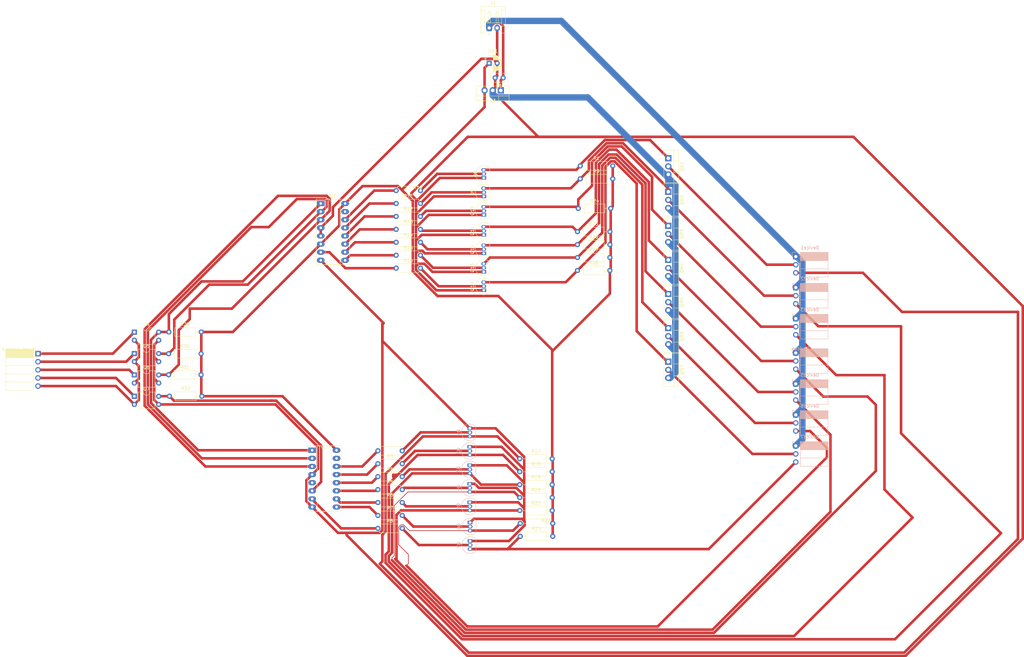
<source format=kicad_pcb>
(kicad_pcb (version 20221018) (generator pcbnew)
  (layers (0 "F.Cu" signal) (31 "B.Cu" signal) (34 "B.Paste" user) (35 "F.Paste" user) (36 "B.SilkS" user "B.Silkscreen") (37 "F.SilkS" user "F.Silkscreen") (38 "B.Mask" user) (39 "F.Mask" user) (44 "Edge.Cuts" user))
  (net 0 "")
  (net 1 "+12V")
  (net 2 "GND")
  (net 3 "PWM")
  (net 4 "A2")
  (net 5 "A1")
  (net 6 "A0")
  (net 7 "+5V")
  (net 8 "D1_Power")
  (net 9 "D1_PWM")
  (net 10 "D2_Power")
  (net 11 "D2_PWM")
  (net 12 "D3_Power")
  (net 13 "D3_PWM")
  (net 14 "D4_Power")
  (net 15 "D4_PWM")
  (net 16 "D5_Power")
  (net 17 "D5_PWM")
  (net 18 "D6_Power")
  (net 19 "D6_PWM")
  (net 20 "D7_Power")
  (net 21 "D7_PWM")
  (net 22 "Net-(Q1-B)")
  (net 23 "Net-(Q2-B)")
  (net 24 "Net-(Q3-B)")
  (net 25 "Net-(Q4-B)")
  (net 26 "Net-(Q5-B)")
  (net 27 "Net-(Q6-B)")
  (net 28 "Net-(Q7-B)")
  (net 29 "Net-(Q8-B)")
  (net 30 "Net-(Q8-C)")
  (net 31 "Net-(Q9-B)")
  (net 32 "Net-(Q9-C)")
  (net 33 "Net-(Q10-B)")
  (net 34 "Net-(Q10-C)")
  (net 35 "Net-(Q11-B)")
  (net 36 "Net-(Q11-C)")
  (net 37 "Net-(Q12-B)")
  (net 38 "Net-(Q12-C)")
  (net 39 "Net-(Q13-B)")
  (net 40 "Net-(Q13-C)")
  (net 41 "Net-(Q14-B)")
  (net 42 "Net-(Q14-C)")
  (net 43 "Net-(U1-~{Y1})")
  (net 44 "Net-(U1-~{Y2})")
  (net 45 "Net-(U1-~{Y3})")
  (net 46 "Net-(U1-~{Y4})")
  (net 47 "Net-(U1-~{Y5})")
  (net 48 "Net-(U1-~{Y6})")
  (net 49 "Net-(U1-~{Y7})")
  (net 50 "Net-(U2-~{Y1})")
  (net 51 "Net-(U2-~{Y2})")
  (net 52 "Net-(U2-~{Y3})")
  (net 53 "Net-(U2-~{Y4})")
  (net 54 "Net-(U2-~{Y5})")
  (net 55 "Net-(U2-~{Y6})")
  (net 56 "Net-(U2-~{Y7})")
  (net 60 "MCU_A0")
  (net 61 "MCU_A1")
  (net 62 "MCU_A2")
  (net 63 "MCU_PWM")
  (net 64 "GNDA")
  (footprint "Resistor_THT:R_Axial_DIN0207_L6.3mm_D2.5mm_P10.16mm_Horizontal" (layer "F.Cu") (at 142.367 93.726)
    (fp_text reference "R28")
    (fp_text value "470")
  )
  (footprint "Resistor_THT:R_Axial_DIN0207_L6.3mm_D2.5mm_P10.16mm_Horizontal" (layer "F.Cu") (at 142.367 89.676)
    (fp_text reference "R27")
    (fp_text value "470")
  )
  (footprint "Resistor_THT:R_Axial_DIN0207_L6.3mm_D2.5mm_P7.62mm_Horizontal" (layer "F.Cu") (at 85.598 68.707)
    (fp_text reference "R10")
    (fp_text value "220")
  )
  (footprint "Package_TO_SOT_THT:TO-92_Inline" (layer "F.Cu") (at 113.03 99.949 90)
    (fp_text reference "Q14")
    (fp_text value "S8050")
  )
  (footprint "Resistor_THT:R_Axial_DIN0207_L6.3mm_D2.5mm_P7.62mm_Horizontal" (layer "F.Cu") (at 85.598 76.807)
    (fp_text reference "R12")
    (fp_text value "220")
  )
  (footprint "Resistor_THT:R_Axial_DIN0207_L6.3mm_D2.5mm_P10.16mm_Horizontal" (layer "F.Cu") (at 124.303 156.734)
    (fp_text reference "R18")
    (fp_text value "470")
  )
  (footprint "Resistor_THT:R_Axial_DIN0207_L6.3mm_D2.5mm_P10.16mm_Horizontal" (layer "F.Cu") (at 124.303 160.784)
    (fp_text reference "R19")
    (fp_text value "470")
  )
  (footprint "Package_TO_SOT_THT:TO-92_Inline" (layer "F.Cu") (at 113.03 82.579 90)
    (fp_text reference "Q11")
    (fp_text value "S8050")
  )
  (footprint "Resistor_THT:R_Axial_DIN0207_L6.3mm_D2.5mm_P7.62mm_Horizontal" (layer "F.Cu") (at 79.883 170.437)
    (fp_text reference "R7")
    (fp_text value "220")
  )
  (footprint "Resistor_THT:R_Axial_DIN0207_L6.3mm_D2.5mm_P10.16mm_Horizontal" (layer "F.Cu") (at 14.351 119.789)
    (fp_text reference "R30")
    (fp_text value "1k")
  )
  (footprint "Resistor_THT:R_Axial_DIN0207_L6.3mm_D2.5mm_P7.62mm_Horizontal" (layer "F.Cu") (at 85.598 93.007)
    (fp_text reference "R16")
    (fp_text value "220")
  )
  (footprint "Resistor_THT:R_Axial_DIN0207_L6.3mm_D2.5mm_P7.62mm_Horizontal" (layer "F.Cu") (at 79.883 162.337)
    (fp_text reference "R5")
    (fp_text value "220")
  )
  (footprint "Package_TO_SOT_THT:TO-220-3_Vertical" (layer "F.Cu") (at 170.815 79.756 -90)
    (fp_text reference "QM3")
    (fp_text value "IRLZ44N")
  )
  (footprint "Package_TO_SOT_THT:TO-92_Inline" (layer "F.Cu") (at 113.03 88.369 90)
    (fp_text reference "Q12")
    (fp_text value "S8050")
  )
  (footprint "Connector_PinSocket_2.54mm:PinSocket_1x05_P2.54mm_Horizontal" (layer "F.Cu") (at -26.543 119.761)
    (fp_text reference "Control_Input1")
    (fp_text value "Conn_01x05_Socket")
  )
  (footprint "Package_TO_SOT_THT:TO-92_Inline" (layer "F.Cu") (at 113.03 70.537 90)
    (fp_text reference "Q9")
    (fp_text value "S8050")
  )
  (footprint "Resistor_THT:R_Axial_DIN0207_L6.3mm_D2.5mm_P7.62mm_Horizontal" (layer "F.Cu") (at 79.883 150.187)
    (fp_text reference "R2" hide)
    (fp_text value "220")
  )
  (footprint "Resistor_THT:R_Axial_DIN0207_L6.3mm_D2.5mm_P10.16mm_Horizontal" (layer "F.Cu") (at 143.256 65.024)
    (fp_text reference "R9")
    (fp_text value "470")
  )
  (footprint "Resistor_THT:R_Axial_DIN0207_L6.3mm_D2.5mm_P10.16mm_Horizontal" (layer "F.Cu") (at 143.256 60.974)
    (fp_text reference "R1")
    (fp_text value "470")
  )
  (footprint "Resistor_THT:R_Axial_DIN0207_L6.3mm_D2.5mm_P10.16mm_Horizontal" (layer "F.Cu") (at 14.351 126.379)
    (fp_text reference "R31")
    (fp_text value "1k")
  )
  (footprint "Resistor_THT:R_Axial_DIN0207_L6.3mm_D2.5mm_P10.16mm_Horizontal" (layer "F.Cu") (at 142.367 85.626)
    (fp_text reference "R26")
    (fp_text value "470")
  )
  (footprint "Package_TO_SOT_THT:TO-220-3_Vertical" (layer "F.Cu") (at 170.815 122.301 -90)
    (fp_text reference "QM7")
    (fp_text value "IRLZ44N")
  )
  (footprint "Resistor_THT:R_Axial_DIN0207_L6.3mm_D2.5mm_P10.16mm_Horizontal" (layer "F.Cu") (at 124.303 168.884)
    (fp_text reference "R21")
    (fp_text value "470")
  )
  (footprint "Resistor_THT:R_Axial_DIN0207_L6.3mm_D2.5mm_P10.16mm_Horizontal" (layer "F.Cu") (at 124.303 164.834)
    (fp_text reference "R20")
    (fp_text value "470")
  )
  (footprint "Resistor_THT:R_Axial_DIN0207_L6.3mm_D2.5mm_P7.62mm_Horizontal" (layer "F.Cu") (at 79.883 166.387)
    (fp_text reference "R6")
    (fp_text value "220")
  )
  (footprint "Package_DIP:DIP-4_W7.62mm" (layer "F.Cu") (at 3.621 133.133)
    (fp_text reference "U7")
    (fp_text value "PC817")
  )
  (footprint "Resistor_THT:R_Axial_DIN0207_L6.3mm_D2.5mm_P7.62mm_Horizontal" (layer "F.Cu") (at 85.598 80.857)
    (fp_text reference "R13")
    (fp_text value "220")
  )
  (footprint "Package_TO_SOT_THT:TO-220-3_Vertical" (layer "F.Cu") (at 170.815 58.583 -90)
    (fp_text reference "QM1")
    (fp_text value "IRLZ44N")
  )
  (footprint "Resistor_THT:R_Axial_DIN0207_L6.3mm_D2.5mm_P7.62mm_Horizontal" (layer "F.Cu") (at 85.598 72.757)
    (fp_text reference "R11")
    (fp_text value "220")
  )
  (footprint "Resistor_THT:R_Axial_DIN0207_L6.3mm_D2.5mm_P7.62mm_Horizontal" (layer "F.Cu") (at 79.883 158.287)
    (fp_text reference "R4")
    (fp_text value "220")
  )
  (footprint "Package_TO_SOT_THT:TO-220-3_Vertical" (layer "F.Cu") (at 170.815 101.092 -90)
    (fp_text reference "QM5")
    (fp_text value "IRLZ44N")
  )
  (footprint "Package_DIP:DIP-16_W7.62mm_Socket_LongPads" (layer "F.Cu") (at 61.986 72.761)
    (fp_text reference "U2")
    (fp_text value "74HC137")
  )
  (footprint "Resistor_THT:R_Axial_DIN0207_L6.3mm_D2.5mm_P7.62mm_Horizontal" (layer "F.Cu") (at 85.598 88.957)
    (fp_text reference "R15")
    (fp_text value "220")
  )
  (footprint "Resistor_THT:R_Axial_DIN0207_L6.3mm_D2.5mm_P10.16mm_Horizontal" (layer "F.Cu") (at 14.421 112.983)
    (fp_text reference "R29")
    (fp_text value "1k")
  )
  (footprint "Package_TO_SOT_THT:TO-220-3_Vertical" (layer "F.Cu") (at 170.815 111.76 -90)
    (fp_text reference "QM6")
    (fp_text value "IRLZ44N")
  )
  (footprint "Package_DIP:DIP-4_W7.62mm" (layer "F.Cu") (at 3.621 113.033)
    (fp_text reference "U4")
    (fp_text value "PC817")
  )
  (footprint "Package_TO_SOT_THT:TO-92_Inline" (layer "F.Cu") (at 113.03 94.159 90)
    (fp_text reference "Q13")
    (fp_text value "S8050")
  )
  (footprint "Package_TO_SOT_THT:TO-220-3_Vertical" (layer "F.Cu") (at 170.815 90.424 -90)
    (fp_text reference "QM4")
    (fp_text value "IRLZ44N")
  )
  (footprint "Package_DIP:DIP-16_W7.62mm_Socket_LongPads" (layer "F.Cu") (at 59.3 150.02)
    (fp_text reference "U1" hide)
    (fp_text value "74HC137")
  )
  (footprint "Package_TO_SOT_THT:TO-220-3_Vertical" (layer "F.Cu") (at 170.815 69.088 -90)
    (fp_text reference "QM2")
    (fp_text value "IRLZ44N")
  )
  (footprint "Capacitor_THT:C_Disc_D5.0mm_W2.5mm_P2.50mm" (layer "F.Cu") (at 119.106 33.401 180)
    (fp_text reference "C1")
    (fp_text value "0.1uF")
  )
  (footprint "Resistor_THT:R_Axial_DIN0207_L6.3mm_D2.5mm_P10.16mm_Horizontal" (layer "F.Cu") (at 14.605 133.096)
    (fp_text reference "R32")
    (fp_text value "1k")
  )
  (footprint "Connector_JST:JST_EH_S2B-EH_1x02_P2.50mm_Horizontal" (layer "F.Cu") (at 114.721 17.78)
    (fp_text reference "J1")
    (fp_text value "JST connector")
  )
  (footprint "Package_TO_SOT_THT:TO-220-3_Vertical" (layer "F.Cu") (at 118.364 37.338 180)
    (fp_text reference "U3")
    (fp_text value "L7805")
  )
  (footprint "Package_TO_SOT_THT:TO-92_Inline" (layer "F.Cu") (at 113.03 76.327 90)
    (fp_text reference "Q10")
    (fp_text value "S8050")
  )
  (footprint "Resistor_THT:R_Axial_DIN0207_L6.3mm_D2.5mm_P10.16mm_Horizontal" (layer "F.Cu") (at 124.46 172.919)
    (fp_text reference "R22")
    (fp_text value "470")
  )
  (footprint "Package_DIP:DIP-4_W7.62mm" (layer "F.Cu") (at 3.621 126.433)
    (fp_text reference "U6")
    (fp_text value "PC817")
  )
  (footprint "Resistor_THT:R_Axial_DIN0207_L6.3mm_D2.5mm_P7.62mm_Horizontal" (layer "F.Cu") (at 79.883 174.487)
    (fp_text reference "R8")
    (fp_text value "220")
  )
  (footprint "Resistor_THT:R_Axial_DIN0207_L6.3mm_D2.5mm_P10.16mm_Horizontal" (layer "F.Cu") (at 142.621 74.295)
    (fp_text reference "R24")
    (fp_text value "470")
  )
  (footprint "Capacitor_THT:CP_Radial_D5.0mm_P2.50mm" (layer "F.Cu") (at 114.721 28.829)
    (fp_text reference "CP1")
    (fp_text value "1uF")
  )
  (footprint "Package_TO_SOT_THT:TO-92_Inline" (layer "F.Cu") (at 113.03 64.747 90)
    (fp_text reference "Q8")
    (fp_text value "S8050")
  )
  (footprint "Resistor_THT:R_Axial_DIN0207_L6.3mm_D2.5mm_P10.16mm_Horizontal" (layer "F.Cu") (at 124.46 176.969)
    (fp_text reference "R23")
    (fp_text value "470")
  )
  (footprint "Resistor_THT:R_Axial_DIN0207_L6.3mm_D2.5mm_P10.16mm_Horizontal" (layer "F.Cu") (at 124.303 152.684)
    (fp_text reference "R17")
    (fp_text value "470")
  )
  (footprint "Resistor_THT:R_Axial_DIN0207_L6.3mm_D2.5mm_P7.62mm_Horizontal" (layer "F.Cu") (at 79.883 154.237)
    (fp_text reference "R3")
    (fp_text value "220")
  )
  (footprint "Resistor_THT:R_Axial_DIN0207_L6.3mm_D2.5mm_P10.16mm_Horizontal" (layer "F.Cu") (at 142.367 81.576)
    (fp_text reference "R25")
    (fp_text value "470")
  )
  (footprint "Resistor_THT:R_Axial_DIN0207_L6.3mm_D2.5mm_P7.62mm_Horizontal" (layer "F.Cu") (at 85.598 84.907)
    (fp_text reference "R14")
    (fp_text value "220")
  )
  (footprint "Package_DIP:DIP-4_W7.62mm" (layer "F.Cu") (at 3.621 119.733)
    (fp_text reference "U5")
    (fp_text value "PC817")
  )
  (footprint "Package_TO_SOT_THT:TO-92_Inline" (layer "B.Cu") (at 108.659 143.156 -90)
    (fp_text reference "Q1")
    (fp_text value "S8050")
  )
  (footprint "Connector_PinSocket_2.54mm:PinSocket_1x03_P2.54mm_Horizontal" (layer "B.Cu") (at 210.728 129.228 180)
    (fp_text reference "Device5")
    (fp_text value "Conn_01x03_Socket")
  )
  (footprint "Package_TO_SOT_THT:TO-92_Inline" (layer "B.Cu") (at 108.659 148.946 -90)
    (fp_text reference "Q2")
    (fp_text value "S8050")
  )
  (footprint "Connector_PinSocket_2.54mm:PinSocket_1x03_P2.54mm_Horizontal" (layer "B.Cu") (at 210.728 138.928 180)
    (fp_text reference "Device6")
    (fp_text value "Conn_01x03_Socket")
  )
  (footprint "Package_TO_SOT_THT:TO-92_Inline" (layer "B.Cu") (at 108.659 160.526 -90)
    (fp_text reference "Q4")
    (fp_text value "S8050")
  )
  (footprint "Connector_PinSocket_2.54mm:PinSocket_1x03_P2.54mm_Horizontal" (layer "B.Cu") (at 210.728 148.628 180)
    (fp_text reference "Device7")
    (fp_text value "Conn_01x03_Socket")
  )
  (footprint "Connector_PinSocket_2.54mm:PinSocket_1x03_P2.54mm_Horizontal" (layer "B.Cu") (at 210.738 89.375 180)
    (fp_text reference "Device1")
    (fp_text value "Conn_01x03_Socket")
  )
  (footprint "Package_TO_SOT_THT:TO-92_Inline" (layer "B.Cu") (at 108.659 166.316 -90)
    (fp_text reference "Q5")
    (fp_text value "S8050")
  )
  (footprint "Connector_PinSocket_2.54mm:PinSocket_1x03_P2.54mm_Horizontal" (layer "B.Cu") (at 210.738 108.775 180)
    (fp_text reference "Device3")
    (fp_text value "Conn_01x03_Socket")
  )
  (footprint "Package_TO_SOT_THT:TO-92_Inline" (layer "B.Cu") (at 108.753 172.641 -90)
    (fp_text reference "Q6")
    (fp_text value "S8050")
  )
  (footprint "Package_TO_SOT_THT:TO-92_Inline" (layer "B.Cu") (at 108.753 178.431 -90)
    (fp_text reference "Q7")
    (fp_text value "S8050")
  )
  (footprint "Connector_PinSocket_2.54mm:PinSocket_1x03_P2.54mm_Horizontal" (layer "B.Cu") (at 210.738 99.075 180)
    (fp_text reference "Device2")
    (fp_text value "Conn_01x03_Socket")
  )
  (footprint "Package_TO_SOT_THT:TO-92_Inline" (layer "B.Cu") (at 108.659 154.736 -90)
    (fp_text reference "Q3")
    (fp_text value "S8050")
  )
  (footprint "Connector_PinSocket_2.54mm:PinSocket_1x03_P2.54mm_Horizontal" (layer "B.Cu") (at 210.728 119.528 180)
    (fp_text reference "Device4")
    (fp_text value "Conn_01x03_Socket")
  )
  (segment (start 119.106 17.252) (end 119.106 33.401) (width 0.8) (layer "F.Cu") (net 1))
  (segment (start 118.035247 16.181247) (end 119.106 17.252) (width 0.8) (layer "F.Cu") (net 1))
  (segment (start 116.319753 16.181247) (end 118.035247 16.181247) (width 0.8) (layer "F.Cu") (net 1))
  (segment (start 118.364 34.143) (end 119.106 33.401) (width 0.8) (layer "F.Cu") (net 1))
  (segment (start 118.364 37.338) (end 118.364 34.143) (width 0.8) (layer "F.Cu") (net 1))
  (segment (start 114.721 17.78) (end 116.319753 16.181247) (width 0.8) (layer "F.Cu") (net 1))
  (segment (start 212.8 127.156) (end 210.728 129.228) (width 2) (layer "B.Cu") (net 1))
  (segment (start 212.8 106.713) (end 212.8 116.2) (width 2) (layer "B.Cu") (net 1))
  (segment (start 115.736753 15.581247) (end 114.721 16.597) (width 2) (layer "B.Cu") (net 1))
  (segment (start 212.8 136.856) (end 212.8 146.556) (width 2) (layer "B.Cu") (net 1))
  (segment (start 212.8 136.856) (end 210.728 138.928) (width 2) (layer "B.Cu") (net 1))
  (segment (start 212.8 106.713) (end 210.738 108.775) (width 2) (layer "B.Cu") (net 1))
  (segment (start 212.8 146.556) (end 210.728 148.628) (width 2) (layer "B.Cu") (net 1))
  (segment (start 114.721 16.597) (end 114.721 17.78) (width 2) (layer "B.Cu") (net 1))
  (segment (start 212.8 116.2) (end 212.8 117.456) (width 2) (layer "B.Cu") (net 1))
  (segment (start 212.8 91.077862) (end 137.303385 15.581247) (width 2) (layer "B.Cu") (net 1))
  (segment (start 212.8 97.013) (end 210.738 99.075) (width 2) (layer "B.Cu") (net 1))
  (segment (start 137.303385 15.581247) (end 115.736753 15.581247) (width 2) (layer "B.Cu") (net 1))
  (segment (start 212.8 116.2) (end 212.8 127.156) (width 2) (layer "B.Cu") (net 1))
  (segment (start 211.097138 89.375) (end 212.8 91.077862) (width 2) (layer "B.Cu") (net 1))
  (segment (start 210.738 89.375) (end 211.097138 89.375) (width 2) (layer "B.Cu") (net 1))
  (segment (start 212.8 97.013) (end 212.8 106.713) (width 2) (layer "B.Cu") (net 1))
  (segment (start 212.8 117.456) (end 210.728 119.528) (width 2) (layer "B.Cu") (net 1))
  (segment (start 212.8 91.077862) (end 212.8 97.013) (width 2) (layer "B.Cu") (net 1))
  (segment (start 212.8 127.156) (end 212.8 136.856) (width 2) (layer "B.Cu") (net 1))
  (segment (start 81.661 110.216) (end 81.283 110.594) (width 0.8) (layer "F.Cu") (net 2))
  (segment (start 94.602786 88.369) (end 93.790786 87.557) (width 0.8) (layer "F.Cu") (net 2))
  (segment (start 125.86 173.498899) (end 125.86 172.339101) (width 0.8) (layer "F.Cu") (net 2))
  (segment (start 9.841 120.873) (end 11.241 122.273) (width 0.8) (layer "F.Cu") (net 2))
  (segment (start 81.283 110.594) (end 81.283 115.78) (width 0.8) (layer "F.Cu") (net 2))
  (segment (start 117.221 32.786) (end 116.606 33.401) (width 0.8) (layer "F.Cu") (net 2))
  (segment (start 113.03 88.369) (end 94.602786 88.369) (width 0.8) (layer "F.Cu") (net 2))
  (segment (start 125.703 164.254101) (end 125.703 160.204101) (width 0.8) (layer "F.Cu") (net 2))
  (segment (start 120.234899 154.736) (end 108.659 154.736) (width 0.8) (layer "F.Cu") (net 2))
  (segment (start 9.841 116.973) (end 9.841 120.873) (width 0.8) (layer "F.Cu") (net 2))
  (segment (start 92.097607 71.904607) (end 92.478607 71.523607) (width 0.8) (layer "F.Cu") (net 2))
  (segment (start 245.114214 214.4) (end 281.813 177.701214) (width 0.8) (layer "F.Cu") (net 2))
  (segment (start 92.075 88.011) (end 91.818 87.754) (width 0.8) (layer "F.Cu") (net 2))
  (segment (start 81.283 175.059786) (end 80.455786 175.887) (width 0.8) (layer "F.Cu") (net 2))
  (segment (start 125.51045 171.98955) (end 125.020899 171.5) (width 0.8) (layer "F.Cu") (net 2))
  (segment (start 47.801528 135.673) (end 61.1 148.971472) (width 0.8) (layer "F.Cu") (net 2))
  (segment (start 125.703 171.797) (end 125.703 168.213899) (width 0.8) (layer "F.Cu") (net 2))
  (segment (start 92.076607 84.075607) (end 93.573214 82.579) (width 0.8) (layer "F.Cu") (net 2))
  (segment (start 67.387 175.887) (end 59.3 167.8) (width 0.8) (layer "F.Cu") (net 2))
  (segment (start 91.818 84.334214) (end 92.076607 84.075607) (width 0.8) (layer "F.Cu") (net 2))
  (segment (start 116.606 36.556) (end 115.824 37.338) (width 0.8) (layer "F.Cu") (net 2))
  (segment (start 110.209 160.526) (end 108.659 160.526) (width 0.8) (layer "F.Cu") (net 2))
  (segment (start 81.283 115.78) (end 108.659 143.156) (width 0.8) (layer "F.Cu") (net 2))
  (segment (start 125.703 156.063899) (end 125.703 161.1) (width 0.8) (layer "F.Cu") (net 2))
  (segment (start 99.255214 64.747) (end 113.03 64.747) (width 0.8) (layer "F.Cu") (net 2))
  (segment (start 70.104 175.887) (end 70.104 176.618214) (width 0.8) (layer "F.Cu") (net 2))
  (segment (start 151.765 51.879999) (end 130.104971 51.879999) (width 0.8) (layer "F.Cu") (net 2))
  (segment (start 91.818 92.434214) (end 92.645214 91.607) (width 0.8) (layer "F.Cu") (net 2))
  (segment (start 123.248899 161.8) (end 111.483 161.8) (width 0.8) (layer "F.Cu") (net 2))
  (segment (start 116.754899 143.156) (end 108.659 143.156) (width 0.8) (layer "F.Cu") (net 2))
  (segment (start 94.401 91.607) (end 96.953 94.159) (width 0.8) (layer "F.Cu") (net 2))
  (segment (start 61.986 90.541) (end 81.661 110.216) (width 0.8) (layer "F.Cu") (net 2))
  (segment (start 125.703 168.213899) (end 123.805101 166.316) (width 0.8) (layer "F.Cu") (net 2))
  (segment (start 65.786001 73.913999) (end 112.271 27.429) (width 0.8) (layer "F.Cu") (net 2))
  (segment (start 92.097607 71.819607) (end 92.097607 71.904607) (width 0.8) (layer "F.Cu") (net 2))
  (segment (start 81.283 110.594) (end 81.283 175.059786) (width 0.8) (layer "F.Cu") (net 2))
  (segment (start 97.410786 70.537) (end 113.03 70.537) (width 0.8) (layer "F.Cu") (net 2))
  (segment (start 9.841 127.573) (end 9.841 134.273) (width 0.8) (layer "F.Cu") (net 2))
  (segment (start 112.271 27.429) (end 115.821 27.429) (width 0.8) (layer "F.Cu") (net 2))
  (segment (start 91.818 80.284214) (end 91.818 76.129786) (width 0.8) (layer "F.Cu") (net 2))
  (segment (start 61.986 82.921) (end 61.986 80.381) (width 0.8) (layer "F.Cu") (net 2))
  (segment (start 115.824 37.599028) (end 115.824 37.338) (width 0.8) (layer "F.Cu") (net 2))
  (segment (start 93.790786 87.557) (end 92.529 87.557) (width 0.8) (layer "F.Cu") (net 2))
  (segment (start 91.818 88.268) (end 91.818 92.434214) (width 0.8) (layer "F.Cu") (net 2))
  (segment (start 130.104971 51.879999) (end 115.824 37.599028) (width 0.8) (layer "F.Cu") (net 2))
  (segment (start 92.075 88.011) (end 91.818 88.268) (width 0.8) (layer "F.Cu") (net 2))
  (segment (start 93.573214 82.579) (end 113.03 82.579) (width 0.8) (layer "F.Cu") (net 2))
  (segment (start 96.953 94.159) (end 113.03 94.159) (width 0.8) (layer "F.Cu") (net 2))
  (segment (start 92.076607 84.075607) (end 91.818 83.817) (width 0.8) (layer "F.Cu") (net 2))
  (segment (start 111.483 161.8) (end 110.209 160.526) (width 0.8) (layer "F.Cu") (net 2))
  (segment (start 92.645214 91.607) (end 94.401 91.607) (width 0.8) (layer "F.Cu") (net 2))
  (segment (start 108.659 148.946) (end 118.585101 148.946) (width 0.8) (layer "F.Cu") (net 2))
  (segment (start 70.104 175.887) (end 67.387 175.887) (width 0.8) (layer "F.Cu") (net 2))
  (segment (start 125.020899 171.5) (end 109.894 171.5) (width 0.8) (layer "F.Cu") (net 2))
  (segment (start 9.841 134.273) (end 11.241 135.673) (width 0.8) (layer "F.Cu") (net 2))
  (segment (start 281.813 104.902) (end 228.790999 51.879999) (width 0.8) (layer "F.Cu") (net 2))
  (segment (start 90.424 69.469) (end 90.424 70.146) (width 0.8) (layer "F.Cu") (net 2))
  (segment (start 109.894 171.5) (end 108.753 172.641) (width 0.8) (layer "F.Cu") (net 2))
  (segment (start 91.818 72.184214) (end 92.097607 71.904607) (width 0.8) (layer "F.Cu") (net 2))
  (segment (start 108.013001 51.879999) (end 90.424 69.469) (width 0.8) (layer "F.Cu") (net 2))
  (segment (start 91.818 83.817) (end 91.818 80.284214) (width 0.8) (layer "F.Cu") (net 2))
  (segment (start 90.424 70.146) (end 91.801607 71.523607) (width 0.8) (layer "F.Cu") (net 2))
  (segment (start 228.790999 51.879999) (end 151.765 51.879999) (width 0.8) (layer "F.Cu") (net 2))
  (segment (start 91.818 80.284214) (end 95.775214 76.327) (width 0.8) (layer "F.Cu") (net 2))
  (segment (start 113.03 99.949) (end 98.187214 99.949) (width 0.8) (layer "F.Cu") (net 2))
  (segment (start 107.885786 214.4) (end 245.114214 214.4) (width 0.8) (layer "F.Cu") (net 2))
  (segment (start 91.818 87.754) (end 91.818 84.334214) (width 0.8) (layer "F.Cu") (net 2))
  (segment (start 57.5 159.44) (end 57.5 166) (width 0.8) (layer "F.Cu") (net 2))
  (segment (start 91.818 76.129786) (end 97.410786 70.537) (width 0.8) (layer "F.Cu") (net 2))
  (segment (start 9.841 127.573) (end 11.241 128.973) (width 0.8) (layer "F.Cu") (net 2))
  (segment (start 125.703 152.104101) (end 116.754899 143.156) (width 0.8) (layer "F.Cu") (net 2))
  (segment (start 151.765 51.879999) (end 108.013001 51.879999) (width 0.8) (layer "F.Cu") (net 2))
  (segment (start 92.529 87.557) (end 92.075 88.011) (width 0.8) (layer "F.Cu") (net 2))
  (segment (start 117.221 17.78) (end 117.221 32.786) (width 0.8) (layer "F.Cu") (net 2))
  (segment (start 281.813 177.701214) (end 281.813 104.902) (width 0.8) (layer "F.Cu") (net 2))
  (segment (start 120.927899 178.431) (end 125.86 173.498899) (width 0.8) (layer "F.Cu") (net 2))
  (segment (start 92.478607 71.523607) (end 99.255214 64.747) (width 0.8) (layer "F.Cu") (net 2))
  (segment (start 91.818 76.129786) (end 91.818 72.184214) (width 0.8) (layer "F.Cu") (net 2))
  (segment (start 116.606 33.401) (end 116.606 36.556) (width 0.8) (layer "F.Cu") (net 2))
  (segment (start 115.821 27.429) (end 117.221 28.829) (width 0.8) (layer "F.Cu") (net 2))
  (segment (start 11.241 135.673) (end 47.801528 135.673) (width 0.8) (layer "F.Cu") (net 2))
  (segment (start 11.241 115.573) (end 9.841 116.973) (width 0.8) (layer "F.Cu") (net 2))
  (segment (start 61.986 80.381) (end 65.786001 76.580999) (width 0.8) (layer "F.Cu") (net 2))
  (segment (start 125.86 172.339101) (end 125.51045 171.98955) (width 0.8) (layer "F.Cu") (net 2))
  (segment (start 57.5 166) (end 59.3 167.8) (width 0.8) (layer "F.Cu") (net 2))
  (segment (start 123.805101 166.316) (end 108.659 166.316) (width 0.8) (layer "F.Cu") (net 2))
  (segment (start 70.104 176.618214) (end 107.885786 214.4) (width 0.8) (layer "F.Cu") (net 2))
  (segment (start 125.703 164.254101) (end 123.248899 161.8) (width 0.8) (layer "F.Cu") (net 2))
  (segment (start 65.786001 76.580999) (end 65.786001 73.913999) (width 0.8) (layer "F.Cu") (net 2))
  (segment (start 61.1 155.84) (end 59.3 157.64) (width 0.8) (layer "F.Cu") (net 2))
  (segment (start 108.753 178.431) (end 120.927899 178.431) (width 0.8) (layer "F.Cu") (net 2))
  (segment (start 98.187214 99.949) (end 91.818 93.579786) (width 0.8) (layer "F.Cu") (net 2))
  (segment (start 125.703 168.213899) (end 125.703 164.254101) (width 0.8) (layer "F.Cu") (net 2))
  (segment (start 118.585101 148.946) (end 125.703 156.063899) (width 0.8) (layer "F.Cu") (net 2))
  (segment (start 125.51045 171.98955) (end 125.703 171.797) (width 0.8) (layer "F.Cu") (net 2))
  (segment (start 9.841 120.873) (end 9.841 127.573) (width 0.8) (layer "F.Cu") (net 2))
  (segment (start 59.3 157.64) (end 57.5 159.44) (width 0.8) (layer "F.Cu") (net 2))
  (segment (start 61.1 148.971472) (end 61.1 155.84) (width 0.8) (layer "F.Cu") (net 2))
  (segment (start 80.455786 175.887) (end 70.104 175.887) (width 0.8) (layer "F.Cu") (net 2))
  (segment (start 91.818 93.579786) (end 91.818 92.434214) (width 0.8) (layer "F.Cu") (net 2))
  (segment (start 95.775214 76.327) (end 113.03 76.327) (width 0.8) (layer "F.Cu") (net 2))
  (segment (start 125.703 156.063899) (end 125.703 152.104101) (width 0.8) (layer "F.Cu") (net 2))
  (segment (start 91.801607 71.523607) (end 92.478607 71.523607) (width 0.8) (layer "F.Cu") (net 2))
  (segment (start 125.703 160.204101) (end 120.234899 154.736) (width 0.8) (layer "F.Cu") (net 2))
  (segment (start 170.815 74.168) (end 173.015 76.368) (width 2) (layer "B.Cu") (net 2))
  (segment (start 173.015 119.04) (end 173.015 110) (width 2) (layer "B.Cu") (net 2))
  (segment (start 173.015 110) (end 173.015 108.372) (width 2) (layer "B.Cu") (net 2))
  (segment (start 170.815 84.836) (end 171.9895 86.0105) (width 2) (layer "B.Cu") (net 2))
  (segment (start 173.015 110) (end 173.015 97.704) (width 2) (layer "B.Cu") (net 2))
  (segment (start 116.5 39.538) (end 115.824 38.862) (width 2) (layer "B.Cu") (net 2))
  (segment (start 173.015 125.732595) (end 173.015 119.04) (width 2) (layer "B.Cu") (net 2))
  (segment (start 173.015 66.9355) (end 173.015 76.368) (width 2) (layer "B.Cu") (net 2))
  (segment (start 173.015 108.372) (end 170.815 106.172) (width 2) (layer "B.Cu") (net 2))
  (segment (start 173.015 87.036) (end 173.015 97.704) (width 2) (layer "B.Cu") (net 2))
  (segment (start 173.015 76.368) (end 173.015 84.985) (width 2) (layer "B.Cu") (net 2))
  (segment (start 171.9895 86.0105) (end 173.015 87.036) (width 2) (layer "B.Cu") (net 2))
  (segment (start 171.366595 127.381) (end 173.015 125.732595) (width 2) (layer "B.Cu") (net 2))
  (segment (start 173.015 66.9355) (end 145.6175 39.538) (width 2) (layer "B.Cu") (net 2))
  (segment (start 170.815 63.663) (end 170.815 66.6155) (width 2) (layer "B.Cu") (net 2))
  (segment (start 115.824 38.862) (end 115.824 37.338) (width 2) (layer "B.Cu") (net 2))
  (segment (start 170.815 66.6155) (end 172.695 66.6155) (width 2) (layer "B.Cu") (net 2))
  (segment (start 173.015 97.704) (end 170.815 95.504) (width 2) (layer "B.Cu") (net 2))
  (segment (start 145.6175 39.538) (end 116.5 39.538) (width 2) (layer "B.Cu") (net 2))
  (segment (start 172.695 66.6155) (end 173.015 66.9355) (width 2) (layer "B.Cu") (net 2))
  (segment (start 173.015 84.985) (end 171.9895 86.0105) (width 2) (layer "B.Cu") (net 2))
  (segment (start 173.015 119.04) (end 170.815 116.84) (width 2) (layer "B.Cu") (net 2))
  (segment (start 170.815 127.381) (end 171.366595 127.381) (width 2) (layer "B.Cu") (net 2))
  (segment (start 46.739 134.496) (end 16.005 134.496) (width 0.8) (layer "F.Cu") (net 3))
  (segment (start 62.100001 148.557259) (end 48.038742 134.496) (width 0.8) (layer "F.Cu") (net 3))
  (segment (start 62.100001 159.919999) (end 62.100001 148.557259) (width 0.8) (layer "F.Cu") (net 3))
  (segment (start 59.3 162.72) (end 62.100001 159.919999) (width 0.8) (layer "F.Cu") (net 3))
  (segment (start 48.038742 134.496) (end 46.228 134.496) (width 0.8) (layer "F.Cu") (net 3))
  (segment (start 14.605 133.096) (end 11.278 133.096) (width 0.8) (layer "F.Cu") (net 3))
  (segment (start 11.278 133.096) (end 11.241 133.133) (width 0.8) (layer "F.Cu") (net 3))
  (segment (start 16.005 134.496) (end 14.605 133.096) (width 0.8) (layer "F.Cu") (net 3))
  (segment (start 64.786001 71.298259) (end 64.786 75.041) (width 0.8) (layer "F.Cu") (net 4))
  (segment (start 11.295 126.379) (end 11.241 126.433) (width 0.8) (layer "F.Cu") (net 4))
  (segment (start 6.840999 112.123573) (end 48.603572 70.361) (width 0.8) (layer "F.Cu") (net 4))
  (segment (start 48.603572 70.361) (end 63.848742 70.361) (width 0.8) (layer "F.Cu") (net 4))
  (segment (start 63.848742 70.361) (end 64.786001 71.298259) (width 0.8) (layer "F.Cu") (net 4))
  (segment (start 64.786 75.041) (end 61.986 77.841) (width 0.8) (layer "F.Cu") (net 4))
  (segment (start 59.3 155.1) (end 25.866786 155.1) (width 0.8) (layer "F.Cu") (net 4))
  (segment (start 61.986 77.841) (end 34.154393 105.672607) (width 0.8) (layer "F.Cu") (net 4))
  (segment (start 25.866786 155.1) (end 6.841 136.074214) (width 0.8) (layer "F.Cu") (net 4))
  (segment (start 20.963607 105.672607) (end 20.963607 108.957393) (width 0.8) (layer "F.Cu") (net 4))
  (segment (start 20.963607 108.957393) (end 17.526 112.395) (width 0.8) (layer "F.Cu") (net 4))
  (segment (start 34.154393 105.672607) (end 20.963607 105.672607) (width 0.8) (layer "F.Cu") (net 4))
  (segment (start 14.351 126.379) (end 11.295 126.379) (width 0.8) (layer "F.Cu") (net 4))
  (segment (start 17.526 112.395) (end 17.526 123.204) (width 0.8) (layer "F.Cu") (net 4))
  (segment (start 17.526 123.204) (end 14.351 126.379) (width 0.8) (layer "F.Cu") (net 4))
  (segment (start 6.841 136.074214) (end 6.840999 112.123573) (width 0.8) (layer "F.Cu") (net 4))
  (segment (start 24.741 152.56) (end 7.841 135.66) (width 0.8) (layer "F.Cu") (net 5))
  (segment (start 63.786 71.712472) (end 63.786 73.809528) (width 0.8) (layer "F.Cu") (net 5))
  (segment (start 7.841 112.537786) (end 40.241786 80.137) (width 0.8) (layer "F.Cu") (net 5))
  (segment (start 39.132 98.155) (end 27.067 98.155) (width 0.8) (layer "F.Cu") (net 5))
  (segment (start 62.294528 75.301) (end 61.986 75.301) (width 0.8) (layer "F.Cu") (net 5))
  (segment (start 63.434528 71.361) (end 63.786 71.712472) (width 0.8) (layer "F.Cu") (net 5))
  (segment (start 11.297 119.789) (end 11.241 119.733) (width 0.8) (layer "F.Cu") (net 5))
  (segment (start 14.351 119.789) (end 11.297 119.789) (width 0.8) (layer "F.Cu") (net 5))
  (segment (start 16.129 118.011) (end 14.351 119.789) (width 0.8) (layer "F.Cu") (net 5))
  (segment (start 63.786 73.809528) (end 62.294528 75.301) (width 0.8) (layer "F.Cu") (net 5))
  (segment (start 59.3 152.56) (end 24.741 152.56) (width 0.8) (layer "F.Cu") (net 5))
  (segment (start 61.986 75.301) (end 39.132 98.155) (width 0.8) (layer "F.Cu") (net 5))
  (segment (start 7.841 135.66) (end 7.841 112.537786) (width 0.8) (layer "F.Cu") (net 5))
  (segment (start 45.72 80.137) (end 54.496 71.361) (width 0.8) (layer "F.Cu") (net 5))
  (segment (start 40.241786 80.137) (end 45.72 80.137) (width 0.8) (layer "F.Cu") (net 5))
  (segment (start 27.067 98.155) (end 16.129 109.093) (width 0.8) (layer "F.Cu") (net 5))
  (segment (start 16.129 109.093) (end 16.129 118.011) (width 0.8) (layer "F.Cu") (net 5))
  (segment (start 54.496 71.361) (end 63.434528 71.361) (width 0.8) (layer "F.Cu") (net 5))
  (segment (start 23.615214 150.02) (end 8.841 135.245786) (width 0.8) (layer "F.Cu") (net 6))
  (segment (start 8.841 115.433) (end 11.241 113.033) (width 0.8) (layer "F.Cu") (net 6))
  (segment (start 14.421 107.372) (end 14.421 112.983) (width 0.8) (layer "F.Cu") (net 6))
  (segment (start 61.986 72.761) (end 37.592 97.155) (width 0.8) (layer "F.Cu") (net 6))
  (segment (start 11.291 112.983) (end 11.241 113.033) (width 0.8) (layer "F.Cu") (net 6))
  (segment (start 59.3 150.02) (end 23.615214 150.02) (width 0.8) (layer "F.Cu") (net 6))
  (segment (start 24.638 97.155) (end 14.421 107.372) (width 0.8) (layer "F.Cu") (net 6))
  (segment (start 14.421 112.983) (end 11.291 112.983) (width 0.8) (layer "F.Cu") (net 6))
  (segment (start 8.841 135.245786) (end 8.841 115.433) (width 0.8) (layer "F.Cu") (net 6))
  (segment (start 37.592 97.155) (end 24.638 97.155) (width 0.8) (layer "F.Cu") (net 6))
  (segment (start 113.284 30.266) (end 114.721 28.829) (width 0.8) (layer "F.Cu") (net 7))
  (segment (start 153.416 60.974) (end 153.416 65.024) (width 0.8) (layer "F.Cu") (net 7))
  (segment (start 24.581 112.983) (end 34.464 112.983) (width 0.8) (layer "F.Cu") (net 7))
  (segment (start 87.346393 68.482607) (end 90.818 71.954214) (width 0.8) (layer "F.Cu") (net 7))
  (segment (start 152.527 93.726) (end 152.527 100.965) (width 0.8) (layer "F.Cu") (net 7))
  (segment (start 34.464 112.983) (end 61.986 85.461) (width 0.8) (layer "F.Cu") (net 7))
  (segment (start 24.581 132.912) (end 24.765 133.096) (width 0.8) (layer "F.Cu") (net 7))
  (segment (start 153.416 73.66) (end 152.781 74.295) (width 0.8) (layer "F.Cu") (net 7))
  (segment (start 134.463 119.029) (end 134.463 152.684) (width 0.8) (layer "F.Cu") (net 7))
  (segment (start 113.284 42.545) (end 113.284 37.338) (width 0.8) (layer "F.Cu") (net 7))
  (segment (start 98.551 101.727) (end 117.602 101.727) (width 0.8) (layer "F.Cu") (net 7))
  (segment (start 152.781 74.295) (end 152.781 93.472) (width 0.8) (layer "F.Cu") (net 7))
  (segment (start 24.581 112.983) (end 24.581 132.912) (width 0.8) (layer "F.Cu") (net 7))
  (segment (start 113.284 37.338) (end 113.284 30.266) (width 0.8) (layer "F.Cu") (net 7))
  (segment (start 69.606 72.761) (end 75.06 67.307) (width 0.8) (layer "F.Cu") (net 7))
  (segment (start 152.781 93.472) (end 152.527 93.726) (width 0.8) (layer "F.Cu") (net 7))
  (segment (start 86.170786 67.307) (end 87.346393 68.482607) (width 0.8) (layer "F.Cu") (net 7))
  (segment (start 152.527 100.965) (end 134.6835 118.8085) (width 0.8) (layer "F.Cu") (net 7))
  (segment (start 134.62 152.841) (end 134.463 152.684) (width 0.8) (layer "F.Cu") (net 7))
  (segment (start 90.817999 93.993999) (end 98.551 101.727) (width 0.8) (layer "F.Cu") (net 7))
  (segment (start 75.06 67.307) (end 86.170786 67.307) (width 0.8) (layer "F.Cu") (net 7))
  (segment (start 49.996 133.096) (end 66.92 150.02) (width 0.8) (layer "F.Cu") (net 7))
  (segment (start 134.62 176.969) (end 134.62 152.841) (width 0.8) (layer "F.Cu") (net 7))
  (segment (start 153.416 65.024) (end 153.416 73.66) (width 0.8) (layer "F.Cu") (net 7))
  (segment (start 117.602 101.727) (end 134.6835 118.8085) (width 0.8) (layer "F.Cu") (net 7))
  (segment (start 134.6835 118.8085) (end 134.463 119.029) (width 0.8) (layer "F.Cu") (net 7))
  (segment (start 24.765 133.096) (end 49.996 133.096) (width 0.8) (layer "F.Cu") (net 7))
  (segment (start 90.818 71.954214) (end 90.817999 93.993999) (width 0.8) (layer "F.Cu") (net 7))
  (segment (start 67.806 74.561) (end 69.606 72.761) (width 0.8) (layer "F.Cu") (net 7))
  (segment (start 61.986 85.461) (end 67.806 79.641) (width 0.8) (layer "F.Cu") (net 7))
  (segment (start 67.806 79.641) (end 67.806 74.561) (width 0.8) (layer "F.Cu") (net 7))
  (segment (start 87.346393 68.482607) (end 113.284 42.545) (width 0.8) (layer "F.Cu") (net 7))
  (segment (start 201.607 91.915) (end 170.815 61.123) (width 0.8) (layer "F.Cu") (net 8))
  (segment (start 210.738 91.915) (end 201.607 91.915) (width 0.8) (layer "F.Cu") (net 8))
  (segment (start 280.3 177.8) (end 280.3 106.7) (width 0.8) (layer "F.Cu") (net 9))
  (segment (start 108.3 213.4) (end 244.7 213.4) (width 0.8) (layer "F.Cu") (net 9))
  (segment (start 82.283001 175.473999) (end 82.283001 157.386898) (width 0.8) (layer "F.Cu") (net 9))
  (segment (start 231.755 94.455) (end 210.738 94.455) (width 0.8) (layer "F.Cu") (net 9))
  (segment (start 117.315 145.696) (end 124.303 152.684) (width 0.8) (layer "F.Cu") (net 9))
  (segment (start 82.283001 157.386898) (end 93.973899 145.696) (width 0.8) (layer "F.Cu") (net 9))
  (segment (start 244.7 213.4) (end 280.3 177.8) (width 0.8) (layer "F.Cu") (net 9))
  (segment (start 280.3 106.7) (end 244 106.7) (width 0.8) (layer "F.Cu") (net 9))
  (segment (start 81.283 184.817) (end 80.5 185.6) (width 0.8) (layer "F.Cu") (net 9))
  (segment (start 80.5 185.6) (end 108.3 213.4) (width 0.8) (layer "F.Cu") (net 9))
  (segment (start 81.283 176.474) (end 81.283 184.817) (width 0.8) (layer "F.Cu") (net 9))
  (segment (start 108.659 145.696) (end 93.973899 145.696) (width 0.8) (layer "F.Cu") (net 9))
  (segment (start 244 106.7) (end 231.755 94.455) (width 0.8) (layer "F.Cu") (net 9))
  (segment (start 108.659 145.696) (end 117.315 145.696) (width 0.8) (layer "F.Cu") (net 9))
  (segment (start 81.283 176.474) (end 82.283001 175.473999) (width 0.8) (layer "F.Cu") (net 9))
  (segment (start 200.802 101.615) (end 210.738 101.615) (width 0.8) (layer "F.Cu") (net 10))
  (segment (start 170.815 71.628) (end 200.802 101.615) (width 0.8) (layer "F.Cu") (net 10))
  (segment (start 82.283 185.283) (end 82.282999 182.698787) (width 0.8) (layer "F.Cu") (net 11))
  (segment (start 243.7 111.2) (end 243.7 144.7) (width 0.8) (layer "F.Cu") (net 11))
  (segment (start 83.303 181.678786) (end 83.303 160.507101) (width 0.8) (layer "F.Cu") (net 11))
  (segment (start 243.7 144.7) (end 275 176) (width 0.8) (layer "F.Cu") (net 11))
  (segment (start 92.324101 151.486) (end 86.103 157.707101) (width 0.8) (layer "F.Cu") (net 11))
  (segment (start 108.659 151.486) (end 119.055 151.486) (width 0.8) (layer "F.Cu") (net 11))
  (segment (start 84.692899 158.375887) (end 84.692899 157.707101) (width 0.8) (layer "F.Cu") (net 11))
  (segment (start 217.783 111.2) (end 243.7 111.2) (width 0.8) (layer "F.Cu") (net 11))
  (segment (start 119.055 151.486) (end 124.303 156.734) (width 0.8) (layer "F.Cu") (net 11))
  (segment (start 82.282999 182.698787) (end 83.303 181.678786) (width 0.8) (layer "F.Cu") (net 11))
  (segment (start 275 176) (end 241.8 209.2) (width 0.8) (layer "F.Cu") (net 11))
  (segment (start 86.103 157.707101) (end 84.692899 157.707101) (width 0.8) (layer "F.Cu") (net 11))
  (segment (start 108.659 151.486) (end 92.324101 151.486) (width 0.8) (layer "F.Cu") (net 11))
  (segment (start 210.738 104.155) (end 217.783 111.2) (width 0.8) (layer "F.Cu") (net 11))
  (segment (start 83.303 160.507101) (end 86.103 157.707101) (width 0.8) (layer "F.Cu") (net 11))
  (segment (start 106.2 209.2) (end 82.283 185.283) (width 0.8) (layer "F.Cu") (net 11))
  (segment (start 241.8 209.2) (end 106.2 209.2) (width 0.8) (layer "F.Cu") (net 11))
  (segment (start 210.738 111.315) (end 199.834 111.315) (width 0.8) (layer "F.Cu") (net 12))
  (segment (start 199.834 111.315) (end 170.815 82.296) (width 0.8) (layer "F.Cu") (net 12))
  (segment (start 112.167 160.784) (end 108.659 157.276) (width 0.8) (layer "F.Cu") (net 13))
  (segment (start 84.303 182.093) (end 83.282999 183.113001) (width 0.8) (layer "F.Cu") (net 13))
  (segment (start 247.3 171.1) (end 210.2 208.2) (width 0.8) (layer "F.Cu") (net 13))
  (segment (start 124.303 160.784) (end 112.167 160.784) (width 0.8) (layer "F.Cu") (net 13))
  (segment (start 83.282999 183.113001) (end 83.282999 184.868785) (width 0.8) (layer "F.Cu") (net 13))
  (segment (start 238.5 162.3) (end 247.3 171.1) (width 0.8) (layer "F.Cu") (net 13))
  (segment (start 108.659 157.276) (end 90.584101 157.276) (width 0.8) (layer "F.Cu") (net 13))
  (segment (start 84.303 163.557101) (end 84.303 182.093) (width 0.8) (layer "F.Cu") (net 13))
  (segment (start 90.584101 157.276) (end 84.303 163.557101) (width 0.8) (layer "F.Cu") (net 13))
  (segment (start 223.383 126.5) (end 238.5 126.5) (width 0.8) (layer "F.Cu") (net 13))
  (segment (start 106.614214 208.2) (end 83.283 184.868786) (width 0.8) (layer "F.Cu") (net 13))
  (segment (start 210.2 208.2) (end 106.614214 208.2) (width 0.8) (layer "F.Cu") (net 13))
  (segment (start 83.282999 184.868785) (end 83.382607 184.968393) (width 0.8) (layer "F.Cu") (net 13))
  (segment (start 210.738 113.855) (end 223.383 126.5) (width 0.8) (layer "F.Cu") (net 13))
  (segment (start 238.5 126.5) (end 238.5 162.3) (width 0.8) (layer "F.Cu") (net 13))
  (segment (start 170.815 92.964) (end 199.919 122.068) (width 0.8) (layer "F.Cu") (net 14))
  (segment (start 199.919 122.068) (end 210.728 122.068) (width 0.8) (layer "F.Cu") (net 14))
  (segment (start 108.659 163.066) (end 89.275478 163.066) (width 0.2) (layer "F.Cu") (net 15))
  (segment (start 219.32 133.2) (end 210.728 124.608) (width 0.8) (layer "F.Cu") (net 15))
  (segment (start 235.8 156.5) (end 235.8 135.8) (width 0.8) (layer "F.Cu") (net 15))
  (segment (start 185.1 207.2) (end 235.8 156.5) (width 0.8) (layer "F.Cu") (net 15))
  (segment (start 122.535 163.066) (end 124.303 164.834) (width 0.8) (layer "F.Cu") (net 15))
  (segment (start 84.534214 184.705786) (end 84.724714 184.896286) (width 0.2) (layer "F.Cu") (net 15))
  (segment (start 85.003 183.007) (end 84.283 183.727) (width 0.2) (layer "F.Cu") (net 15))
  (segment (start 107.028428 207.2) (end 185.1 207.2) (width 0.8) (layer "F.Cu") (net 15))
  (segment (start 235.8 135.8) (end 233.2 133.2) (width 0.8) (layer "F.Cu") (net 15))
  (segment (start 84.283 184.454572) (end 84.724714 184.896286) (width 0.8) (layer "F.Cu") (net 15))
  (segment (start 89.275478 163.066) (end 85.003 167.338478) (width 0.2) (layer "F.Cu") (net 15))
  (segment (start 85.003 167.338478) (end 85.003 183.007) (width 0.2) (layer "F.Cu") (net 15))
  (segment (start 122.535 163.066) (end 108.659 163.066) (width 0.8) (layer "F.Cu") (net 15))
  (segment (start 233.2 133.2) (end 219.32 133.2) (width 0.8) (layer "F.Cu") (net 15))
  (segment (start 84.283 183.727) (end 84.283 184.454572) (width 0.2) (layer "F.Cu") (net 15))
  (segment (start 84.724714 184.896286) (end 107.028428 207.2) (width 0.8) (layer "F.Cu") (net 15))
  (segment (start 210.728 131.768) (end 198.951 131.768) (width 0.8) (layer "F.Cu") (net 16))
  (segment (start 198.951 131.768) (end 170.815 103.632) (width 0.8) (layer "F.Cu") (net 16))
  (segment (start 87.111214 168.856) (end 85.703 170.264214) (width 0.8) (layer "F.Cu") (net 17))
  (segment (start 184.685786 206.2) (end 107.442642 206.2) (width 0.8) (layer "F.Cu") (net 17))
  (segment (start 221.592893 145.172893) (end 221.592893 169.292893) (width 0.8) (layer "F.Cu") (net 17))
  (segment (start 85.703 184.460358) (end 86.193821 184.951179) (width 0.8) (layer "F.Cu") (net 17))
  (segment (start 107.442642 206.2) (end 86.193821 184.951179) (width 0.8) (layer "F.Cu") (net 17))
  (segment (start 108.687 168.884) (end 108.659 168.856) (width 0.8) (layer "F.Cu") (net 17))
  (segment (start 86.193821 184.951179) (end 85.283 184.040358) (width 0.8) (layer "F.Cu") (net 17))
  (segment (start 221.592893 169.292893) (end 184.685786 206.2) (width 0.8) (layer "F.Cu") (net 17))
  (segment (start 124.303 168.884) (end 108.687 168.884) (width 0.8) (layer "F.Cu") (net 17))
  (segment (start 108.659 168.856) (end 87.111214 168.856) (width 0.8) (layer "F.Cu") (net 17))
  (segment (start 85.703 170.264214) (end 85.703 184.460358) (width 0.8) (layer "F.Cu") (net 17))
  (segment (start 210.728 134.308) (end 221.592893 145.172893) (width 0.8) (layer "F.Cu") (net 17))
  (segment (start 197.983 141.468) (end 210.728 141.468) (width 0.8) (layer "F.Cu") (net 18))
  (segment (start 170.815 114.3) (end 197.983 141.468) (width 0.8) (layer "F.Cu") (net 18))
  (segment (start 89.408 185.547) (end 88.805928 186.149072) (width 0.2) (layer "F.Cu") (net 19))
  (segment (start 122.198 175.181) (end 124.46 172.919) (width 0.8) (layer "F.Cu") (net 19))
  (segment (start 210.728 144.008) (end 215.208 144.008) (width 0.8) (layer "F.Cu") (net 19))
  (segment (start 86.403 174.038478) (end 86.403 179.621) (width 0.2) (layer "F.Cu") (net 19))
  (segment (start 89.408 182.626) (end 89.408 185.547) (width 0.2) (layer "F.Cu") (net 19))
  (segment (start 87.951522 173.387) (end 87.054478 173.387) (width 0.2) (layer "F.Cu") (net 19))
  (segment (start 87.054478 173.387) (end 86.403 174.038478) (width 0.2) (layer "F.Cu") (net 19))
  (segment (start 107.856856 205.2) (end 88.805928 186.149072) (width 0.8) (layer "F.Cu") (net 19))
  (segment (start 220.5 149.3) (end 220.5 152.2) (width 0.8) (layer "F.Cu") (net 19))
  (segment (start 220.5 152.2) (end 167.5 205.2) (width 0.8) (layer "F.Cu") (net 19))
  (segment (start 89.745522 175.181) (end 87.951522 173.387) (width 0.2) (layer "F.Cu") (net 19))
  (segment (start 122.198 175.181) (end 108.753 175.181) (width 0.8) (layer "F.Cu") (net 19))
  (segment (start 86.403 179.621) (end 89.408 182.626) (width 0.2) (layer "F.Cu") (net 19))
  (segment (start 215.208 144.008) (end 220.5 149.3) (width 0.8) (layer "F.Cu") (net 19))
  (segment (start 108.753 175.181) (end 89.745522 175.181) (width 0.2) (layer "F.Cu") (net 19))
  (segment (start 167.5 205.2) (end 107.856856 205.2) (width 0.8) (layer "F.Cu") (net 19))
  (segment (start 210.728 151.168) (end 197.142 151.168) (width 0.8) (layer "F.Cu") (net 20))
  (segment (start 197.142 151.168) (end 170.815 124.841) (width 0.8) (layer "F.Cu") (net 20))
  (segment (start 108.753 180.971) (end 120.458 180.971) (width 0.8) (layer "F.Cu") (net 21))
  (segment (start 120.458 180.971) (end 124.46 176.969) (width 0.8) (layer "F.Cu") (net 21))
  (segment (start 183.465 180.971) (end 210.728 153.708) (width 0.8) (layer "F.Cu") (net 21))
  (segment (start 108.753 180.971) (end 183.465 180.971) (width 0.8) (layer "F.Cu") (net 21))
  (segment (start 93.264 144.426) (end 108.659 144.426) (width 0.8) (layer "F.Cu") (net 22))
  (segment (start 87.503 150.187) (end 93.264 144.426) (width 0.8) (layer "F.Cu") (net 22))
  (segment (start 91.524 150.216) (end 108.659 150.216) (width 0.8) (layer "F.Cu") (net 23))
  (segment (start 87.503 154.237) (end 91.524 150.216) (width 0.8) (layer "F.Cu") (net 23))
  (segment (start 108.659 156.006) (end 89.784 156.006) (width 0.8) (layer "F.Cu") (net 24))
  (segment (start 89.784 156.006) (end 87.503 158.287) (width 0.8) (layer "F.Cu") (net 24))
  (segment (start 87.503 162.337) (end 88.044 161.796) (width 0.8) (layer "F.Cu") (net 25))
  (segment (start 88.044 161.796) (end 108.659 161.796) (width 0.8) (layer "F.Cu") (net 25))
  (segment (start 88.702 167.586) (end 87.503 166.387) (width 0.8) (layer "F.Cu") (net 26))
  (segment (start 108.659 167.586) (end 88.702 167.586) (width 0.8) (layer "F.Cu") (net 26))
  (segment (start 90.977 173.911) (end 108.753 173.911) (width 0.8) (layer "F.Cu") (net 27))
  (segment (start 87.503 170.437) (end 90.977 173.911) (width 0.8) (layer "F.Cu") (net 27))
  (segment (start 92.717 179.701) (end 108.753 179.701) (width 0.8) (layer "F.Cu") (net 28))
  (segment (start 87.503 174.487) (end 92.717 179.701) (width 0.8) (layer "F.Cu") (net 28))
  (segment (start 98.448 63.477) (end 113.03 63.477) (width 0.8) (layer "F.Cu") (net 29))
  (segment (start 93.218 68.707) (end 98.448 63.477) (width 0.8) (layer "F.Cu") (net 29))
  (segment (start 113.03 62.207) (end 142.023 62.207) (width 0.8) (layer "F.Cu") (net 30))
  (segment (start 142.023 62.207) (end 143.256 60.974) (width 0.8) (layer "F.Cu") (net 30))
  (segment (start 170.815 58.583) (end 165.111999 52.879999) (width 0.8) (layer "F.Cu") (net 30))
  (segment (start 165.111999 52.879999) (end 150.955001 52.879999) (width 0.8) (layer "F.Cu") (net 30))
  (segment (start 150.955001 52.879999) (end 143.256 60.579) (width 0.8) (layer "F.Cu") (net 30))
  (segment (start 143.256 60.579) (end 143.256 60.974) (width 0.8) (layer "F.Cu") (net 30))
  (segment (start 113.03 69.267) (end 96.708 69.267) (width 0.8) (layer "F.Cu") (net 31))
  (segment (start 96.708 69.267) (end 93.218 72.757) (width 0.8) (layer "F.Cu") (net 31))
  (segment (start 151.427359 53.879999) (end 156.640213 53.879999) (width 0.8) (layer "F.Cu") (net 32))
  (segment (start 143.256 65.024) (end 145.939 62.341) (width 0.8) (layer "F.Cu") (net 32))
  (segment (start 145.939 62.341) (end 145.938999 59.368359) (width 0.8) (layer "F.Cu") (net 32))
  (segment (start 113.03 67.997) (end 140.283 67.997) (width 0.8) (layer "F.Cu") (net 32))
  (segment (start 145.938999 59.368359) (end 151.427359 53.879999) (width 0.8) (layer "F.Cu") (net 32))
  (segment (start 140.283 67.997) (end 143.256 65.024) (width 0.8) (layer "F.Cu") (net 32))
  (segment (start 170.815 68.054786) (end 170.815 69.088) (width 0.8) (layer "F.Cu") (net 32))
  (segment (start 156.640213 53.879999) (end 170.815 68.054786) (width 0.8) (layer "F.Cu") (net 32))
  (segment (start 113.03 75.057) (end 94.968 75.057) (width 0.8) (layer "F.Cu") (net 33))
  (segment (start 94.968 75.057) (end 93.218 76.807) (width 0.8) (layer "F.Cu") (net 33))
  (segment (start 165.719001 64.373001) (end 156.226 54.88) (width 0.8) (layer "F.Cu") (net 34))
  (segment (start 165.719001 74.660001) (end 165.719001 64.373001) (width 0.8) (layer "F.Cu") (net 34))
  (segment (start 146.939 59.782572) (end 146.939 67.183) (width 0.8) (layer "F.Cu") (net 34))
  (segment (start 113.03 73.787) (end 142.113 73.787) (width 0.8) (layer "F.Cu") (net 34))
  (segment (start 151.841573 54.879999) (end 146.939 59.782572) (width 0.8) (layer "F.Cu") (net 34))
  (segment (start 146.939 67.183) (end 142.621 71.501) (width 0.8) (layer "F.Cu") (net 34))
  (segment (start 142.621 71.501) (end 142.621 74.295) (width 0.8) (layer "F.Cu") (net 34))
  (segment (start 156.226 54.88) (end 151.841573 54.879999) (width 0.8) (layer "F.Cu") (net 34))
  (segment (start 142.113 73.787) (end 142.621 74.295) (width 0.8) (layer "F.Cu") (net 34))
  (segment (start 170.815 79.756) (end 165.719001 74.660001) (width 0.8) (layer "F.Cu") (net 34))
  (segment (start 113.03 81.309) (end 113.001 81.28) (width 0.8) (layer "F.Cu") (net 35))
  (segment (start 113.001 81.28) (end 93.641 81.28) (width 0.8) (layer "F.Cu") (net 35))
  (segment (start 93.641 81.28) (end 93.218 80.857) (width 0.8) (layer "F.Cu") (net 35))
  (segment (start 148.127 75.816) (end 148.126998 60.008788) (width 0.8) (layer "F.Cu") (net 36))
  (segment (start 140.83 80.039) (end 142.367 81.576) (width 0.8) (layer "F.Cu") (net 36))
  (segment (start 152.255786 55.88) (end 154.537428 55.88) (width 0.8) (layer "F.Cu") (net 36))
  (segment (start 113.03 80.039) (end 140.83 80.039) (width 0.8) (layer "F.Cu") (net 36))
  (segment (start 148.126998 60.008788) (end 152.255786 55.88) (width 0.8) (layer "F.Cu") (net 36))
  (segment (start 164.719 66.061572) (end 164.719 84.328) (width 0.8) (layer "F.Cu") (net 36))
  (segment (start 154.537428 55.88) (end 164.719 66.061572) (width 0.8) (layer "F.Cu") (net 36))
  (segment (start 142.367 81.576) (end 148.127 75.816) (width 0.8) (layer "F.Cu") (net 36))
  (segment (start 164.719 84.328) (end 170.815 90.424) (width 0.8) (layer "F.Cu") (net 36))
  (segment (start 93.218 84.907) (end 95.41 87.099) (width 0.8) (layer "F.Cu") (net 37))
  (segment (start 95.41 87.099) (end 113.03 87.099) (width 0.8) (layer "F.Cu") (net 37))
  (segment (start 113.03 85.829) (end 142.164 85.829) (width 0.8) (layer "F.Cu") (net 38))
  (segment (start 170.815 101.092) (end 163.687 93.964) (width 0.8) (layer "F.Cu") (net 38))
  (segment (start 163.687 93.964) (end 163.687 66.443786) (width 0.8) (layer "F.Cu") (net 38))
  (segment (start 154.663213 57.419999) (end 152.130001 57.419999) (width 0.8) (layer "F.Cu") (net 38))
  (segment (start 149.127 78.866) (end 142.367 85.626) (width 0.8) (layer "F.Cu") (net 38))
  (segment (start 163.687 66.443786) (end 154.663213 57.419999) (width 0.8) (layer "F.Cu") (net 38))
  (segment (start 142.164 85.829) (end 142.367 85.626) (width 0.8) (layer "F.Cu") (net 38))
  (segment (start 152.130001 57.419999) (end 149.126999 60.423001) (width 0.8) (layer "F.Cu") (net 38))
  (segment (start 149.126999 60.423001) (end 149.127 78.866) (width 0.8) (layer "F.Cu") (net 38))
  (segment (start 97.15 92.889) (end 113.03 92.889) (width 0.8) (layer "F.Cu") (net 39))
  (segment (start 93.218 88.957) (end 97.15 92.889) (width 0.8) (layer "F.Cu") (net 39))
  (segment (start 142.367 89.676) (end 150.127 81.916) (width 0.8) (layer "F.Cu") (net 40))
  (segment (start 154.249 58.42) (end 162.687 66.858) (width 0.8) (layer "F.Cu") (net 40))
  (segment (start 162.687 66.858) (end 162.687 103.632) (width 0.8) (layer "F.Cu") (net 40))
  (segment (start 150.127 81.916) (end 150.127 60.876) (width 0.8) (layer "F.Cu") (net 40))
  (segment (start 152.583 58.42) (end 154.249 58.42) (width 0.8) (layer "F.Cu") (net 40))
  (segment (start 114.973 89.676) (end 113.03 91.619) (width 0.8) (layer "F.Cu") (net 40))
  (segment (start 142.367 89.676) (end 114.973 89.676) (width 0.8) (layer "F.Cu") (net 40))
  (segment (start 150.127 60.876) (end 152.583 58.42) (width 0.8) (layer "F.Cu") (net 40))
  (segment (start 162.687 103.632) (end 170.815 111.76) (width 0.8) (layer "F.Cu") (net 40))
  (segment (start 98.89 98.679) (end 113.03 98.679) (width 0.8) (layer "F.Cu") (net 41))
  (segment (start 93.218 93.007) (end 98.89 98.679) (width 0.8) (layer "F.Cu") (net 41))
  (segment (start 160.909 112.695821) (end 170.514179 122.301) (width 0.8) (layer "F.Cu") (net 42))
  (segment (start 160.909 66.494214) (end 160.909 112.695821) (width 0.8) (layer "F.Cu") (net 42))
  (segment (start 151.127 84.966) (end 151.127 61.290214) (width 0.8) (layer "F.Cu") (net 42))
  (segment (start 142.367 93.726) (end 151.127 84.966) (width 0.8) (layer "F.Cu") (net 42))
  (segment (start 170.514179 122.301) (end 170.815 122.301) (width 0.8) (layer "F.Cu") (net 42))
  (segment (start 151.127 61.290214) (end 152.854214 59.563) (width 0.8) (layer "F.Cu") (net 42))
  (segment (start 152.854214 59.563) (end 153.977786 59.563) (width 0.8) (layer "F.Cu") (net 42))
  (segment (start 138.684 97.409) (end 142.367 93.726) (width 0.8) (layer "F.Cu") (net 42))
  (segment (start 113.03 97.409) (end 138.684 97.409) (width 0.8) (layer "F.Cu") (net 42))
  (segment (start 153.977786 59.563) (end 160.909 66.494214) (width 0.8) (layer "F.Cu") (net 42))
  (segment (start 66.92 155.1) (end 74.97 155.1) (width 0.8) (layer "F.Cu") (net 43))
  (segment (start 74.97 155.1) (end 79.883 150.187) (width 0.8) (layer "F.Cu") (net 43))
  (segment (start 76.48 157.64) (end 79.883 154.237) (width 0.8) (layer "F.Cu") (net 44))
  (segment (start 66.92 157.64) (end 76.48 157.64) (width 0.8) (layer "F.Cu") (net 44))
  (segment (start 79.883 158.287) (end 77.99 160.18) (width 0.8) (layer "F.Cu") (net 45))
  (segment (start 77.99 160.18) (end 66.92 160.18) (width 0.8) (layer "F.Cu") (net 45))
  (segment (start 66.92 162.72) (end 79.5 162.72) (width 0.8) (layer "F.Cu") (net 46))
  (segment (start 79.5 162.72) (end 79.883 162.337) (width 0.8) (layer "F.Cu") (net 46))
  (segment (start 68.047 166.387) (end 66.92 165.26) (width 0.8) (layer "F.Cu") (net 47))
  (segment (start 79.883 166.387) (end 68.047 166.387) (width 0.8) (layer "F.Cu") (net 47))
  (segment (start 77.246 167.8) (end 79.883 170.437) (width 0.8) (layer "F.Cu") (net 48))
  (segment (start 66.92 167.8) (end 77.246 167.8) (width 0.8) (layer "F.Cu") (net 48))
  (segment (start 59.3 165.420101) (end 59.3 165.26) (width 0.8) (layer "F.Cu") (net 49))
  (segment (start 79.883 174.487) (end 68.366899 174.487) (width 0.8) (layer "F.Cu") (net 49))
  (segment (start 68.366899 174.487) (end 59.3 165.420101) (width 0.8) (layer "F.Cu") (net 49))
  (segment (start 78.74 68.707) (end 69.606 77.841) (width 0.8) (layer "F.Cu") (net 50))
  (segment (start 85.598 68.707) (end 78.74 68.707) (width 0.8) (layer "F.Cu") (net 50))
  (segment (start 77.23 72.757) (end 69.606 80.381) (width 0.8) (layer "F.Cu") (net 51))
  (segment (start 85.598 72.757) (end 77.23 72.757) (width 0.8) (layer "F.Cu") (net 51))
  (segment (start 75.72 76.807) (end 69.606 82.921) (width 0.8) (layer "F.Cu") (net 52))
  (segment (start 85.598 76.807) (end 75.72 76.807) (width 0.8) (layer "F.Cu") (net 52))
  (segment (start 74.21 80.857) (end 69.606 85.461) (width 0.8) (layer "F.Cu") (net 53))
  (segment (start 85.598 80.857) (end 74.21 80.857) (width 0.8) (layer "F.Cu") (net 53))
  (segment (start 85.598 84.907) (end 72.7 84.907) (width 0.8) (layer "F.Cu") (net 54))
  (segment (start 72.7 84.907) (end 69.606 88.001) (width 0.8) (layer "F.Cu") (net 54))
  (segment (start 71.19 88.957) (end 69.606 90.541) (width 0.8) (layer "F.Cu") (net 55))
  (segment (start 85.598 88.957) (end 71.19 88.957) (width 0.8) (layer "F.Cu") (net 55))
  (segment (start 69.699214 93.007) (end 64.693214 88.001) (width 0.8) (layer "F.Cu") (net 56))
  (segment (start 64.693214 88.001) (end 61.986 88.001) (width 0.8) (layer "F.Cu") (net 56))
  (segment (start 85.598 93.007) (end 69.699214 93.007) (width 0.8) (layer "F.Cu") (net 56))
  (segment (start -3.107 119.761) (end 3.621 113.033) (width 0.8) (layer "F.Cu") (net 60))
  (segment (start -26.543 119.761) (end -3.107 119.761) (width 0.8) (layer "F.Cu") (net 60))
  (segment (start -26.543 122.301) (end 1.053 122.301) (width 0.8) (layer "F.Cu") (net 61))
  (segment (start 1.053 122.301) (end 3.621 119.733) (width 0.8) (layer "F.Cu") (net 61))
  (segment (start 2.029 124.841) (end 3.621 126.433) (width 0.8) (layer "F.Cu") (net 62))
  (segment (start -26.543 124.841) (end 2.029 124.841) (width 0.8) (layer "F.Cu") (net 62))
  (segment (start -26.543 127.381) (end -2.131 127.381) (width 0.8) (layer "F.Cu") (net 63))
  (segment (start -2.131 127.381) (end 3.621 133.133) (width 0.8) (layer "F.Cu") (net 63))
  (segment (start 4.2575 128.3365) (end 5.021 129.1) (width 0.8) (layer "F.Cu") (net 64))
  (segment (start 5.021 129.1) (end 5.021 134.273) (width 0.8) (layer "F.Cu") (net 64))
  (segment (start -26.543 129.921) (end -2.131 129.921) (width 0.8) (layer "F.Cu") (net 64))
  (segment (start 5.021 120.873) (end 3.621 122.273) (width 0.8) (layer "F.Cu") (net 64))
  (segment (start 5.021 123.673) (end 5.021 127.573) (width 0.8) (layer "F.Cu") (net 64))
  (segment (start 4.2575 128.3365) (end 3.621 128.973) (width 0.8) (layer "F.Cu") (net 64))
  (segment (start 5.021 116.973) (end 5.021 120.873) (width 0.8) (layer "F.Cu") (net 64))
  (segment (start 3.621 122.273) (end 5.021 123.673) (width 0.8) (layer "F.Cu") (net 64))
  (segment (start -2.131 129.921) (end 3.621 135.673) (width 0.8) (layer "F.Cu") (net 64))
  (segment (start 5.021 134.273) (end 3.621 135.673) (width 0.8) (layer "F.Cu") (net 64))
  (segment (start 3.621 115.573) (end 5.021 116.973) (width 0.8) (layer "F.Cu") (net 64))
  (segment (start 5.021 127.573) (end 4.2575 128.3365) (width 0.8) (layer "F.Cu") (net 64))
)
</source>
